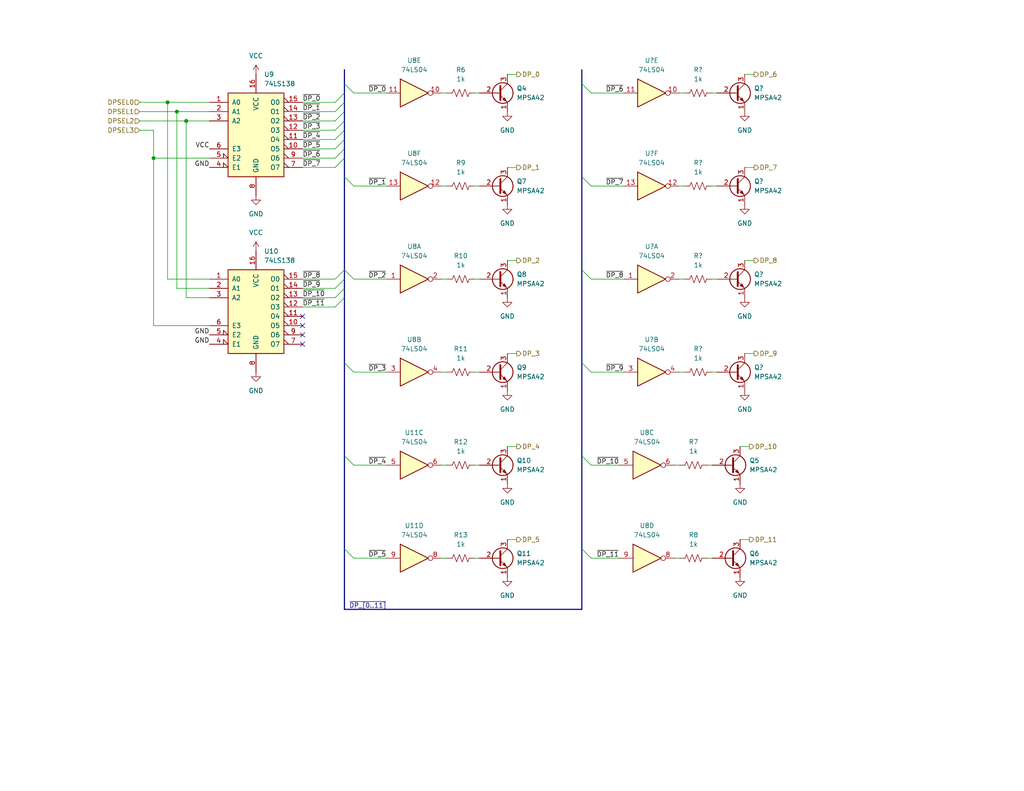
<source format=kicad_sch>
(kicad_sch (version 20231120) (generator "eeschema") (generator_version "8.0")
  (paper "USLetter")
  (title_block (title "TTL Calculator Display Driver") (date "2025-02-12") (rev "A"))
  (lib_symbols
    (symbol "74xx:74LS04"
      (property "Reference" "U" (at 0 1.27 0))
      (property "Value" "74LS04" (at 0 -1.27 0))
      (symbol "74LS04_1_0"
        (polyline (pts (xy -3.81 3.81) (xy -3.81 -3.81) (xy 3.81 0) (xy -3.81 3.81)) (stroke (width 0.254)) (fill (type background)))
        (pin input line (at -7.62 0 0) (length 3.81) (name "~") (number "1"))
        (pin output inverted (at 7.62 0 180) (length 3.81) (name "~") (number "2"))
      )
      (symbol "74LS04_2_0"
        (polyline (pts (xy -3.81 3.81) (xy -3.81 -3.81) (xy 3.81 0) (xy -3.81 3.81)) (stroke (width 0.254)) (fill (type background)))
        (pin input line (at -7.62 0 0) (length 3.81) (name "~") (number "3"))
        (pin output inverted (at 7.62 0 180) (length 3.81) (name "~") (number "4"))
      )
      (symbol "74LS04_3_0"
        (polyline (pts (xy -3.81 3.81) (xy -3.81 -3.81) (xy 3.81 0) (xy -3.81 3.81)) (stroke (width 0.254)) (fill (type background)))
        (pin input line (at -7.62 0 0) (length 3.81) (name "~") (number "5"))
        (pin output inverted (at 7.62 0 180) (length 3.81) (name "~") (number "6"))
      )
      (symbol "74LS04_4_0"
        (polyline (pts (xy -3.81 3.81) (xy -3.81 -3.81) (xy 3.81 0) (xy -3.81 3.81)) (stroke (width 0.254)) (fill (type background)))
        (pin output inverted (at 7.62 0 180) (length 3.81) (name "~") (number "8"))
        (pin input line (at -7.62 0 0) (length 3.81) (name "~") (number "9"))
      )
      (symbol "74LS04_5_0"
        (polyline (pts (xy -3.81 3.81) (xy -3.81 -3.81) (xy 3.81 0) (xy -3.81 3.81)) (stroke (width 0.254)) (fill (type background)))
        (pin output inverted (at 7.62 0 180) (length 3.81) (name "~") (number "10"))
        (pin input line (at -7.62 0 0) (length 3.81) (name "~") (number "11"))
      )
      (symbol "74LS04_6_0"
        (polyline (pts (xy -3.81 3.81) (xy -3.81 -3.81) (xy 3.81 0) (xy -3.81 3.81)) (stroke (width 0.254)) (fill (type background)))
        (pin output inverted (at 7.62 0 180) (length 3.81) (name "~") (number "12"))
        (pin input line (at -7.62 0 0) (length 3.81) (name "~") (number "13"))
      )
      (symbol "74LS04_7_0"
        (pin power_in line (at 0 12.7 270) (length 5.08) (name "VCC") (number "14"))
        (pin power_in line (at 0 -12.7 90) (length 5.08) (name "GND") (number "7"))
      )
      (symbol "74LS04_7_1"
        (rectangle (start -5.08 7.62) (end 5.08 -7.62) (stroke (width 0.254)) (fill (type background)))
      )
    )
    (symbol "74xx:74LS138" (pin_names (offset 1.016))
      (property "Reference" "U" (at -7.62 11.43 0))
      (property "Value" "74LS138" (at -7.62 -13.97 0))
      (symbol "74LS138_1_0"
        (pin input line (at -12.7 7.62 0) (length 5.08) (name "A0") (number "1"))
        (pin output output_low (at 12.7 -5.08 180) (length 5.08) (name "O5") (number "10"))
        (pin output output_low (at 12.7 -2.54 180) (length 5.08) (name "O4") (number "11"))
        (pin output output_low (at 12.7 0 180) (length 5.08) (name "O3") (number "12"))
        (pin output output_low (at 12.7 2.54 180) (length 5.08) (name "O2") (number "13"))
        (pin output output_low (at 12.7 5.08 180) (length 5.08) (name "O1") (number "14"))
        (pin output output_low (at 12.7 7.62 180) (length 5.08) (name "O0") (number "15"))
        (pin power_in line (at 0 15.24 270) (length 5.08) (name "VCC") (number "16"))
        (pin input line (at -12.7 5.08 0) (length 5.08) (name "A1") (number "2"))
        (pin input line (at -12.7 2.54 0) (length 5.08) (name "A2") (number "3"))
        (pin input input_low (at -12.7 -10.16 0) (length 5.08) (name "E1") (number "4"))
        (pin input input_low (at -12.7 -7.62 0) (length 5.08) (name "E2") (number "5"))
        (pin input line (at -12.7 -5.08 0) (length 5.08) (name "E3") (number "6"))
        (pin output output_low (at 12.7 -10.16 180) (length 5.08) (name "O7") (number "7"))
        (pin power_in line (at 0 -17.78 90) (length 5.08) (name "GND") (number "8"))
        (pin output output_low (at 12.7 -7.62 180) (length 5.08) (name "O6") (number "9"))
      )
      (symbol "74LS138_1_1"
        (rectangle (start -7.62 10.16) (end 7.62 -12.7) (stroke (width 0.254)) (fill (type background)))
      )
    )
    (symbol "Device:R_US" (pin_numbers hide) (pin_names (offset 0))
      (property "Reference" "R" (at 2.54 0 90))
      (property "Value" "R_US" (at -2.54 0 90))
      (symbol "R_US_0_1"
        (polyline (pts (xy 0 -2.286) (xy 0 -2.54)))
        (polyline (pts (xy 0 2.286) (xy 0 2.54)))
        (polyline (pts (xy 0 -0.762) (xy 1.016 -1.143) (xy 0 -1.524) (xy -1.016 -1.905) (xy 0 -2.286)))
        (polyline (pts (xy 0 0.762) (xy 1.016 0.381) (xy 0 0) (xy -1.016 -0.381) (xy 0 -0.762)))
        (polyline (pts (xy 0 2.286) (xy 1.016 1.905) (xy 0 1.524) (xy -1.016 1.143) (xy 0 0.762)))
      )
      (symbol "R_US_1_1"
        (pin passive line (at 0 3.81 270) (length 1.27) (name "~") (number "1"))
        (pin passive line (at 0 -3.81 90) (length 1.27) (name "~") (number "2"))
      )
    )
    (symbol "Transistor_BJT:MPSA42" (pin_names (offset 1.016) hide)
      (property "Reference" "Q" (at 5.08 1.905 0))
      (property "Value" "MPSA42" (at 5.08 0 0))
      (symbol "MPSA42_0_1"
        (polyline (pts (xy 0 0) (xy 0.635 0)))
        (polyline (pts (xy 0.635 0.635) (xy 2.54 2.54)))
        (polyline (pts (xy 0.635 -0.635) (xy 2.54 -2.54) (xy 2.54 -2.54)))
        (polyline (pts (xy 0.635 1.905) (xy 0.635 -1.905) (xy 0.635 -1.905)) (stroke (width 0.508)))
        (polyline (pts (xy 1.27 -1.778) (xy 1.778 -1.27) (xy 2.286 -2.286) (xy 1.27 -1.778) (xy 1.27 -1.778)) (fill (type outline)))
        (circle (center 1.27 0) (radius 2.8194) (stroke (width 0.254)))
      )
      (symbol "MPSA42_1_1"
        (pin passive line (at 2.54 -5.08 90) (length 2.54) (name "E") (number "1"))
        (pin input line (at -5.08 0 0) (length 5.08) (name "B") (number "2"))
        (pin passive line (at 2.54 5.08 270) (length 2.54) (name "C") (number "3"))
      )
    )
    (symbol "power:GND" (power) (pin_numbers hide) (pin_names (offset 0) hide)
      (property "Value" "GND" (at 0 -3.81 0))
      (symbol "GND_0_1"
        (polyline (pts (xy 0 0) (xy 0 -1.27) (xy 1.27 -1.27) (xy 0 -2.54) (xy -1.27 -1.27) (xy 0 -1.27)))
      )
      (symbol "GND_1_1"
        (pin power_in line (at 0 0 270) (length 0) (name "~") (number "1"))
      )
    )
    (symbol "power:VCC" (power) (pin_numbers hide) (pin_names (offset 0) hide)
      (property "Value" "VCC" (at 0 3.556 0))
      (symbol "VCC_0_1"
        (polyline (pts (xy -0.762 1.27) (xy 0 2.54)))
        (polyline (pts (xy 0 0) (xy 0 2.54)))
        (polyline (pts (xy 0 2.54) (xy 0.762 1.27)))
      )
      (symbol "VCC_1_1"
        (pin power_in line (at 0 0 90) (length 0) (name "~") (number "1"))
      )
    )
  )
  (junction (at 50.8 33.02))
  (junction (at 41.91 43.18))
  (junction (at 48.26 30.48))
  (junction (at 45.72 27.94))
  (no_connect (at 82.55 88.9))
  (no_connect (at 82.55 86.36))
  (no_connect (at 82.55 91.44))
  (no_connect (at 82.55 93.98))
  (bus_entry (at 93.98 73.66) (size 2.54 2.54))
  (bus_entry (at 158.75 73.66) (size 2.54 2.54))
  (bus_entry (at 93.98 35.56) (size -2.54 2.54))
  (bus_entry (at 93.98 25.4) (size -2.54 2.54))
  (bus_entry (at 158.75 149.86) (size 2.54 2.54))
  (bus_entry (at 158.75 22.86) (size 2.54 2.54))
  (bus_entry (at 93.98 27.94) (size -2.54 2.54))
  (bus_entry (at 93.98 99.06) (size 2.54 2.54))
  (bus_entry (at 93.98 38.1) (size -2.54 2.54))
  (bus_entry (at 93.98 48.26) (size 2.54 2.54))
  (bus_entry (at 93.98 81.28) (size -2.54 2.54))
  (bus_entry (at 158.75 99.06) (size 2.54 2.54))
  (bus_entry (at 93.98 124.46) (size 2.54 2.54))
  (bus_entry (at 93.98 22.86) (size 2.54 2.54))
  (bus_entry (at 158.75 48.26) (size 2.54 2.54))
  (bus_entry (at 93.98 40.64) (size -2.54 2.54))
  (bus_entry (at 93.98 43.18) (size -2.54 2.54))
  (bus_entry (at 158.75 124.46) (size 2.54 2.54))
  (bus_entry (at 93.98 76.2) (size -2.54 2.54))
  (bus_entry (at 93.98 78.74) (size -2.54 2.54))
  (bus_entry (at 93.98 73.66) (size -2.54 2.54))
  (bus_entry (at 93.98 33.02) (size -2.54 2.54))
  (bus_entry (at 93.98 30.48) (size -2.54 2.54))
  (bus_entry (at 93.98 149.86) (size 2.54 2.54))
  (bus (pts (xy 93.98 48.26) (xy 93.98 73.66)))
  (wire (pts (xy 205.74 96.52) (xy 203.2 96.52)))
  (wire (pts (xy 185.42 50.8) (xy 186.69 50.8)))
  (wire (pts (xy 82.55 27.94) (xy 91.44 27.94)))
  (wire (pts (xy 120.65 152.4) (xy 121.92 152.4)))
  (wire (pts (xy 185.42 76.2) (xy 186.69 76.2)))
  (wire (pts (xy 194.31 25.4) (xy 195.58 25.4)))
  (bus (pts (xy 93.98 30.48) (xy 93.98 33.02)))
  (wire (pts (xy 82.55 40.64) (xy 91.44 40.64)))
  (wire (pts (xy 41.91 43.18) (xy 57.15 43.18)))
  (wire (pts (xy 82.55 76.2) (xy 91.44 76.2)))
  (wire (pts (xy 129.54 50.8) (xy 130.81 50.8)))
  (wire (pts (xy 96.52 127) (xy 105.41 127)))
  (bus (pts (xy 93.98 27.94) (xy 93.98 30.48)))
  (wire (pts (xy 161.29 152.4) (xy 168.91 152.4)))
  (wire (pts (xy 120.65 76.2) (xy 121.92 76.2)))
  (wire (pts (xy 193.04 127) (xy 194.31 127)))
  (bus (pts (xy 158.75 22.86) (xy 158.75 48.26)))
  (wire (pts (xy 204.47 121.92) (xy 201.93 121.92)))
  (wire (pts (xy 41.91 35.56) (xy 41.91 43.18)))
  (bus (pts (xy 93.98 81.28) (xy 93.98 99.06)))
  (wire (pts (xy 82.55 83.82) (xy 91.44 83.82)))
  (wire (pts (xy 205.74 20.32) (xy 203.2 20.32)))
  (wire (pts (xy 120.65 101.6) (xy 121.92 101.6)))
  (wire (pts (xy 57.15 88.9) (xy 41.91 88.9)))
  (wire (pts (xy 161.29 101.6) (xy 170.18 101.6)))
  (wire (pts (xy 96.52 152.4) (xy 105.41 152.4)))
  (wire (pts (xy 82.55 30.48) (xy 91.44 30.48)))
  (wire (pts (xy 205.74 45.72) (xy 203.2 45.72)))
  (wire (pts (xy 57.15 78.74) (xy 48.26 78.74)))
  (bus (pts (xy 158.75 19.05) (xy 158.75 22.86)))
  (wire (pts (xy 38.1 35.56) (xy 41.91 35.56)))
  (wire (pts (xy 82.55 38.1) (xy 91.44 38.1)))
  (wire (pts (xy 140.97 96.52) (xy 138.43 96.52)))
  (wire (pts (xy 140.97 20.32) (xy 138.43 20.32)))
  (wire (pts (xy 140.97 71.12) (xy 138.43 71.12)))
  (wire (pts (xy 194.31 76.2) (xy 195.58 76.2)))
  (wire (pts (xy 161.29 127) (xy 168.91 127)))
  (wire (pts (xy 57.15 76.2) (xy 45.72 76.2)))
  (wire (pts (xy 161.29 50.8) (xy 170.18 50.8)))
  (wire (pts (xy 140.97 147.32) (xy 138.43 147.32)))
  (wire (pts (xy 129.54 127) (xy 130.81 127)))
  (bus (pts (xy 158.75 124.46) (xy 158.75 149.86)))
  (bus (pts (xy 93.98 78.74) (xy 93.98 81.28)))
  (wire (pts (xy 50.8 33.02) (xy 57.15 33.02)))
  (bus (pts (xy 158.75 99.06) (xy 158.75 124.46)))
  (wire (pts (xy 129.54 152.4) (xy 130.81 152.4)))
  (wire (pts (xy 140.97 121.92) (xy 138.43 121.92)))
  (wire (pts (xy 45.72 27.94) (xy 57.15 27.94)))
  (wire (pts (xy 193.04 152.4) (xy 194.31 152.4)))
  (wire (pts (xy 120.65 50.8) (xy 121.92 50.8)))
  (bus (pts (xy 93.98 22.86) (xy 93.98 25.4)))
  (wire (pts (xy 129.54 76.2) (xy 130.81 76.2)))
  (wire (pts (xy 96.52 76.2) (xy 105.41 76.2)))
  (bus (pts (xy 93.98 19.05) (xy 93.98 22.86)))
  (bus (pts (xy 93.98 33.02) (xy 93.98 35.56)))
  (wire (pts (xy 45.72 27.94) (xy 45.72 76.2)))
  (wire (pts (xy 184.15 127) (xy 185.42 127)))
  (bus (pts (xy 93.98 124.46) (xy 93.98 149.86)))
  (wire (pts (xy 161.29 76.2) (xy 170.18 76.2)))
  (wire (pts (xy 82.55 33.02) (xy 91.44 33.02)))
  (bus (pts (xy 93.98 40.64) (xy 93.98 43.18)))
  (bus (pts (xy 93.98 25.4) (xy 93.98 27.94)))
  (wire (pts (xy 205.74 71.12) (xy 203.2 71.12)))
  (bus (pts (xy 93.98 166.37) (xy 158.75 166.37)))
  (bus (pts (xy 93.98 43.18) (xy 93.98 48.26)))
  (wire (pts (xy 129.54 25.4) (xy 130.81 25.4)))
  (wire (pts (xy 204.47 147.32) (xy 201.93 147.32)))
  (wire (pts (xy 129.54 101.6) (xy 130.81 101.6)))
  (wire (pts (xy 57.15 81.28) (xy 50.8 81.28)))
  (bus (pts (xy 93.98 99.06) (xy 93.98 124.46)))
  (wire (pts (xy 96.52 101.6) (xy 105.41 101.6)))
  (wire (pts (xy 38.1 27.94) (xy 45.72 27.94)))
  (bus (pts (xy 93.98 35.56) (xy 93.98 38.1)))
  (wire (pts (xy 120.65 25.4) (xy 121.92 25.4)))
  (wire (pts (xy 48.26 30.48) (xy 57.15 30.48)))
  (bus (pts (xy 93.98 149.86) (xy 93.98 166.37)))
  (wire (pts (xy 96.52 25.4) (xy 105.41 25.4)))
  (bus (pts (xy 93.98 76.2) (xy 93.98 78.74)))
  (wire (pts (xy 50.8 81.28) (xy 50.8 33.02)))
  (wire (pts (xy 194.31 101.6) (xy 195.58 101.6)))
  (wire (pts (xy 96.52 50.8) (xy 105.41 50.8)))
  (wire (pts (xy 82.55 45.72) (xy 91.44 45.72)))
  (bus (pts (xy 93.98 73.66) (xy 93.98 76.2)))
  (wire (pts (xy 38.1 30.48) (xy 48.26 30.48)))
  (wire (pts (xy 185.42 25.4) (xy 186.69 25.4)))
  (bus (pts (xy 158.75 149.86) (xy 158.75 166.37)))
  (wire (pts (xy 38.1 33.02) (xy 50.8 33.02)))
  (wire (pts (xy 48.26 78.74) (xy 48.26 30.48)))
  (wire (pts (xy 120.65 127) (xy 121.92 127)))
  (bus (pts (xy 93.98 38.1) (xy 93.98 40.64)))
  (wire (pts (xy 82.55 78.74) (xy 91.44 78.74)))
  (wire (pts (xy 82.55 35.56) (xy 91.44 35.56)))
  (wire (pts (xy 184.15 152.4) (xy 185.42 152.4)))
  (wire (pts (xy 185.42 101.6) (xy 186.69 101.6)))
  (bus (pts (xy 158.75 48.26) (xy 158.75 73.66)))
  (wire (pts (xy 82.55 81.28) (xy 91.44 81.28)))
  (wire (pts (xy 82.55 43.18) (xy 91.44 43.18)))
  (wire (pts (xy 41.91 88.9) (xy 41.91 43.18)))
  (wire (pts (xy 161.29 25.4) (xy 170.18 25.4)))
  (wire (pts (xy 140.97 45.72) (xy 138.43 45.72)))
  (wire (pts (xy 194.31 50.8) (xy 195.58 50.8)))
  (bus (pts (xy 158.75 73.66) (xy 158.75 99.06)))
  (label "~{DP_4}" (at 82.55 38.1 0))
  (label "~{DP_11}" (at 168.91 152.4 180))
  (label "~{DP_4}" (at 105.41 127 180))
  (label "~{DP_6}" (at 170.18 25.4 180))
  (label "~{DP_8}" (at 170.18 76.2 180))
  (label "~{DP_10}" (at 168.91 127 180))
  (label "GND" (at 57.15 45.72 180))
  (label "~{DP_6}" (at 82.55 43.18 0))
  (label "~{DP_3}" (at 82.55 35.56 0))
  (label "~{DP_0}" (at 82.55 27.94 0))
  (label "~{DP_5}" (at 105.41 152.4 180))
  (label "~{DP_2}" (at 82.55 33.02 0))
  (label "~{DP_9}" (at 170.18 101.6 180))
  (label "~{DP_1}" (at 105.41 50.8 180))
  (label "~{DP_7}" (at 170.18 50.8 180))
  (label "~{DP_[0..11]}" (at 95.25 166.37 0))
  (label "~{DP_2}" (at 105.41 76.2 180))
  (label "~{DP_0}" (at 105.41 25.4 180))
  (label "~{DP_1}" (at 82.55 30.48 0))
  (label "~{DP_3}" (at 105.41 101.6 180))
  (label "~{DP_11}" (at 82.55 83.82 0))
  (label "~{DP_7}" (at 82.55 45.72 0))
  (label "VCC" (at 57.15 40.64 180))
  (label "~{DP_9}" (at 82.55 78.74 0))
  (label "GND" (at 57.15 91.44 180))
  (label "~{DP_10}" (at 82.55 81.28 0))
  (label "GND" (at 57.15 93.98 180))
  (label "~{DP_5}" (at 82.55 40.64 0))
  (label "~{DP_8}" (at 82.55 76.2 0))
  (hierarchical_label "DP_4" (shape output) (at 140.97 121.92 0))
  (hierarchical_label "DP_1" (shape output) (at 140.97 45.72 0))
  (hierarchical_label "DPSEL1" (shape input) (at 38.1 30.48 180))
  (hierarchical_label "DP_8" (shape output) (at 205.74 71.12 0))
  (hierarchical_label "DP_10" (shape output) (at 204.47 121.92 0))
  (hierarchical_label "DP_7" (shape output) (at 205.74 45.72 0))
  (hierarchical_label "DP_5" (shape output) (at 140.97 147.32 0))
  (hierarchical_label "DPSEL2" (shape input) (at 38.1 33.02 180))
  (hierarchical_label "DP_11" (shape output) (at 204.47 147.32 0))
  (hierarchical_label "DPSEL3" (shape input) (at 38.1 35.56 180))
  (hierarchical_label "DP_6" (shape output) (at 205.74 20.32 0))
  (hierarchical_label "DP_0" (shape output) (at 140.97 20.32 0))
  (hierarchical_label "DP_9" (shape output) (at 205.74 96.52 0))
  (hierarchical_label "DP_3" (shape output) (at 140.97 96.52 0))
  (hierarchical_label "DP_2" (shape output) (at 140.97 71.12 0))
  (hierarchical_label "DPSEL0" (shape input) (at 38.1 27.94 180))
  (symbol (lib_id "74xx:74LS04") (at 176.53 152.4 0) (unit 4)
    (property "Reference" "U8" (at 176.53 143.51 0))
    (property "Value" "74LS04" (at 176.53 146.05 0))
    (property "Footprint" "Package_DIP:DIP-14_W7.62mm" (effects (hide yes)))
    (property "Datasheet" "http://www.ti.com/lit/gpn/sn74LS04" (effects (hide yes)))
    (property "Description" "Hex Inverter" (effects (hide yes)))
  )
  (symbol (lib_id "power:GND") (at 203.2 106.68 0) (unit 1)
    (property "Reference" "#PWR035" (effects (hide yes)))
    (property "Value" "GND" (at 203.2 111.76 0))
    (property "Description" "Power symbol creates a global label with name \"GND\" , ground" (effects (hide yes)))
  )
  (symbol (lib_id "power:GND") (at 138.43 132.08 0) (unit 1)
    (property "Reference" "#PWR030" (effects (hide yes)))
    (property "Value" "GND" (at 138.43 137.16 0))
    (property "Description" "Power symbol creates a global label with name \"GND\" , ground" (effects (hide yes)))
  )
  (symbol (lib_id "Transistor_BJT:MPSA42") (at 199.39 152.4 0) (unit 1)
    (property "Reference" "Q6" (at 204.47 151.1299 0) (effects (justify left)))
    (property "Value" "MPSA42" (at 204.47 153.6699 0) (effects (justify left)))
    (property "Footprint" "Package_TO_SOT_THT:TO-92_Inline" (effects (hide yes)))
    (property "Datasheet" "http://www.onsemi.com/pub_link/Collateral/MPSA42-D.PDF" (effects (hide yes)))
    (property "Description" "0.5A Ic, 300V Vce, NPN High Voltage Transistor, TO-92" (effects (hide yes)))
  )
  (symbol (lib_id "74xx:74LS138") (at 69.85 35.56 0) (unit 1)
    (property "Reference" "U9" (at 72.0441 20.32 0) (effects (justify left)))
    (property "Value" "74LS138" (at 72.0441 22.86 0) (effects (justify left)))
    (property "Footprint" "Package_DIP:DIP-16_W7.62mm" (effects (hide yes)))
    (property "Datasheet" "http://www.ti.com/lit/gpn/sn74LS138" (effects (hide yes)))
    (property "Description" "Decoder 3 to 8 active low outputs" (effects (hide yes)))
  )
  (symbol (lib_id "74xx:74LS04") (at 177.8 50.8 0) (unit 6)
    (property "Reference" "U?" (at 177.8 41.91 0))
    (property "Value" "74LS04" (at 177.8 44.45 0))
    (property "Footprint" "Package_DIP:DIP-14_W7.62mm" (effects (hide yes)))
    (property "Datasheet" "http://www.ti.com/lit/gpn/sn74LS04" (effects (hide yes)))
    (property "Description" "Hex Inverter" (effects (hide yes)))
  )
  (symbol (lib_id "Device:R_US") (at 190.5 25.4 90) (unit 1)
    (property "Reference" "R?" (at 190.5 19.05 90))
    (property "Value" "1k" (at 190.5 21.59 90))
    (property "Footprint" "Resistor_THT:R_Axial_DIN0309_L9.0mm_D3.2mm_P2.54mm_Vertical" (effects (hide yes)))
    (property "Description" "Resistor, US symbol" (effects (hide yes)))
  )
  (symbol (lib_id "74xx:74LS04") (at 176.53 127 0) (unit 3)
    (property "Reference" "U8" (at 176.53 118.11 0))
    (property "Value" "74LS04" (at 176.53 120.65 0))
    (property "Footprint" "Package_DIP:DIP-14_W7.62mm" (effects (hide yes)))
    (property "Datasheet" "http://www.ti.com/lit/gpn/sn74LS04" (effects (hide yes)))
    (property "Description" "Hex Inverter" (effects (hide yes)))
  )
  (symbol (lib_id "74xx:74LS04") (at 113.03 76.2 0) (unit 1)
    (property "Reference" "U8" (at 113.03 67.31 0))
    (property "Value" "74LS04" (at 113.03 69.85 0))
    (property "Footprint" "Package_DIP:DIP-14_W7.62mm" (effects (hide yes)))
    (property "Datasheet" "http://www.ti.com/lit/gpn/sn74LS04" (effects (hide yes)))
    (property "Description" "Hex Inverter" (effects (hide yes)))
  )
  (symbol (lib_id "Device:R_US") (at 190.5 101.6 90) (unit 1)
    (property "Reference" "R?" (at 190.5 95.25 90))
    (property "Value" "1k" (at 190.5 97.79 90))
    (property "Footprint" "Resistor_THT:R_Axial_DIN0309_L9.0mm_D3.2mm_P2.54mm_Vertical" (effects (hide yes)))
    (property "Description" "Resistor, US symbol" (effects (hide yes)))
  )
  (symbol (lib_id "power:GND") (at 138.43 30.48 0) (unit 1)
    (property "Reference" "#PWR021" (effects (hide yes)))
    (property "Value" "GND" (at 138.43 35.56 0))
    (property "Description" "Power symbol creates a global label with name \"GND\" , ground" (effects (hide yes)))
  )
  (symbol (lib_id "74xx:74LS04") (at 177.8 101.6 0) (unit 2)
    (property "Reference" "U?" (at 177.8 92.71 0))
    (property "Value" "74LS04" (at 177.8 95.25 0))
    (property "Footprint" "Package_DIP:DIP-14_W7.62mm" (effects (hide yes)))
    (property "Datasheet" "http://www.ti.com/lit/gpn/sn74LS04" (effects (hide yes)))
    (property "Description" "Hex Inverter" (effects (hide yes)))
  )
  (symbol (lib_id "Transistor_BJT:MPSA42") (at 199.39 127 0) (unit 1)
    (property "Reference" "Q5" (at 204.47 125.7299 0) (effects (justify left)))
    (property "Value" "MPSA42" (at 204.47 128.2699 0) (effects (justify left)))
    (property "Footprint" "Package_TO_SOT_THT:TO-92_Inline" (effects (hide yes)))
    (property "Datasheet" "http://www.onsemi.com/pub_link/Collateral/MPSA42-D.PDF" (effects (hide yes)))
    (property "Description" "0.5A Ic, 300V Vce, NPN High Voltage Transistor, TO-92" (effects (hide yes)))
  )
  (symbol (lib_id "74xx:74LS138") (at 69.85 83.82 0) (unit 1)
    (property "Reference" "U10" (at 72.0441 68.58 0) (effects (justify left)))
    (property "Value" "74LS138" (at 72.0441 71.12 0) (effects (justify left)))
    (property "Footprint" "Package_DIP:DIP-16_W7.62mm" (effects (hide yes)))
    (property "Datasheet" "http://www.ti.com/lit/gpn/sn74LS138" (effects (hide yes)))
    (property "Description" "Decoder 3 to 8 active low outputs" (effects (hide yes)))
  )
  (symbol (lib_id "power:GND") (at 201.93 132.08 0) (unit 1)
    (property "Reference" "#PWR022" (effects (hide yes)))
    (property "Value" "GND" (at 201.93 137.16 0))
    (property "Description" "Power symbol creates a global label with name \"GND\" , ground" (effects (hide yes)))
  )
  (symbol (lib_id "74xx:74LS04") (at 113.03 25.4 0) (unit 5)
    (property "Reference" "U8" (at 113.03 16.51 0))
    (property "Value" "74LS04" (at 113.03 19.05 0))
    (property "Footprint" "Package_DIP:DIP-14_W7.62mm" (effects (hide yes)))
    (property "Datasheet" "http://www.ti.com/lit/gpn/sn74LS04" (effects (hide yes)))
    (property "Description" "Hex Inverter" (effects (hide yes)))
  )
  (symbol (lib_id "Transistor_BJT:MPSA42") (at 200.66 101.6 0) (unit 1)
    (property "Reference" "Q?" (at 205.74 100.3299 0) (effects (justify left)))
    (property "Value" "MPSA42" (at 205.74 102.8699 0) (effects (justify left)))
    (property "Footprint" "Package_TO_SOT_THT:TO-92_Inline" (effects (hide yes)))
    (property "Datasheet" "http://www.onsemi.com/pub_link/Collateral/MPSA42-D.PDF" (effects (hide yes)))
    (property "Description" "0.5A Ic, 300V Vce, NPN High Voltage Transistor, TO-92" (effects (hide yes)))
  )
  (symbol (lib_id "Transistor_BJT:MPSA42") (at 135.89 76.2 0) (unit 1)
    (property "Reference" "Q8" (at 140.97 74.9299 0) (effects (justify left)))
    (property "Value" "MPSA42" (at 140.97 77.4699 0) (effects (justify left)))
    (property "Footprint" "Package_TO_SOT_THT:TO-92_Inline" (effects (hide yes)))
    (property "Datasheet" "http://www.onsemi.com/pub_link/Collateral/MPSA42-D.PDF" (effects (hide yes)))
    (property "Description" "0.5A Ic, 300V Vce, NPN High Voltage Transistor, TO-92" (effects (hide yes)))
  )
  (symbol (lib_id "power:GND") (at 138.43 157.48 0) (unit 1)
    (property "Reference" "#PWR031" (effects (hide yes)))
    (property "Value" "GND" (at 138.43 162.56 0))
    (property "Description" "Power symbol creates a global label with name \"GND\" , ground" (effects (hide yes)))
  )
  (symbol (lib_id "Transistor_BJT:MPSA42") (at 135.89 25.4 0) (unit 1)
    (property "Reference" "Q4" (at 140.97 24.1299 0) (effects (justify left)))
    (property "Value" "MPSA42" (at 140.97 26.6699 0) (effects (justify left)))
    (property "Footprint" "Package_TO_SOT_THT:TO-92_Inline" (effects (hide yes)))
    (property "Datasheet" "http://www.onsemi.com/pub_link/Collateral/MPSA42-D.PDF" (effects (hide yes)))
    (property "Description" "0.5A Ic, 300V Vce, NPN High Voltage Transistor, TO-92" (effects (hide yes)))
  )
  (symbol (lib_id "Device:R_US") (at 125.73 25.4 90) (unit 1)
    (property "Reference" "R6" (at 125.73 19.05 90))
    (property "Value" "1k" (at 125.73 21.59 90))
    (property "Footprint" "Resistor_THT:R_Axial_DIN0309_L9.0mm_D3.2mm_P2.54mm_Vertical" (effects (hide yes)))
    (property "Description" "Resistor, US symbol" (effects (hide yes)))
  )
  (symbol (lib_id "Transistor_BJT:MPSA42") (at 200.66 25.4 0) (unit 1)
    (property "Reference" "Q?" (at 205.74 24.1299 0) (effects (justify left)))
    (property "Value" "MPSA42" (at 205.74 26.6699 0) (effects (justify left)))
    (property "Footprint" "Package_TO_SOT_THT:TO-92_Inline" (effects (hide yes)))
    (property "Datasheet" "http://www.onsemi.com/pub_link/Collateral/MPSA42-D.PDF" (effects (hide yes)))
    (property "Description" "0.5A Ic, 300V Vce, NPN High Voltage Transistor, TO-92" (effects (hide yes)))
  )
  (symbol (lib_id "74xx:74LS04") (at 177.8 25.4 0) (unit 5)
    (property "Reference" "U?" (at 177.8 16.51 0))
    (property "Value" "74LS04" (at 177.8 19.05 0))
    (property "Footprint" "Package_DIP:DIP-14_W7.62mm" (effects (hide yes)))
    (property "Datasheet" "http://www.ti.com/lit/gpn/sn74LS04" (effects (hide yes)))
    (property "Description" "Hex Inverter" (effects (hide yes)))
  )
  (symbol (lib_id "74xx:74LS04") (at 113.03 101.6 0) (unit 2)
    (property "Reference" "U8" (at 113.03 92.71 0))
    (property "Value" "74LS04" (at 113.03 95.25 0))
    (property "Footprint" "Package_DIP:DIP-14_W7.62mm" (effects (hide yes)))
    (property "Datasheet" "http://www.ti.com/lit/gpn/sn74LS04" (effects (hide yes)))
    (property "Description" "Hex Inverter" (effects (hide yes)))
  )
  (symbol (lib_id "power:GND") (at 203.2 81.28 0) (unit 1)
    (property "Reference" "#PWR034" (effects (hide yes)))
    (property "Value" "GND" (at 203.2 86.36 0))
    (property "Description" "Power symbol creates a global label with name \"GND\" , ground" (effects (hide yes)))
  )
  (symbol (lib_id "Device:R_US") (at 125.73 76.2 90) (unit 1)
    (property "Reference" "R10" (at 125.73 69.85 90))
    (property "Value" "1k" (at 125.73 72.39 90))
    (property "Footprint" "Resistor_THT:R_Axial_DIN0309_L9.0mm_D3.2mm_P2.54mm_Vertical" (effects (hide yes)))
    (property "Description" "Resistor, US symbol" (effects (hide yes)))
  )
  (symbol (lib_id "Transistor_BJT:MPSA42") (at 200.66 76.2 0) (unit 1)
    (property "Reference" "Q?" (at 205.74 74.9299 0) (effects (justify left)))
    (property "Value" "MPSA42" (at 205.74 77.4699 0) (effects (justify left)))
    (property "Footprint" "Package_TO_SOT_THT:TO-92_Inline" (effects (hide yes)))
    (property "Datasheet" "http://www.onsemi.com/pub_link/Collateral/MPSA42-D.PDF" (effects (hide yes)))
    (property "Description" "0.5A Ic, 300V Vce, NPN High Voltage Transistor, TO-92" (effects (hide yes)))
  )
  (symbol (lib_id "power:GND") (at 138.43 106.68 0) (unit 1)
    (property "Reference" "#PWR029" (effects (hide yes)))
    (property "Value" "GND" (at 138.43 111.76 0))
    (property "Description" "Power symbol creates a global label with name \"GND\" , ground" (effects (hide yes)))
  )
  (symbol (lib_id "Transistor_BJT:MPSA42") (at 135.89 101.6 0) (unit 1)
    (property "Reference" "Q9" (at 140.97 100.3299 0) (effects (justify left)))
    (property "Value" "MPSA42" (at 140.97 102.8699 0) (effects (justify left)))
    (property "Footprint" "Package_TO_SOT_THT:TO-92_Inline" (effects (hide yes)))
    (property "Datasheet" "http://www.onsemi.com/pub_link/Collateral/MPSA42-D.PDF" (effects (hide yes)))
    (property "Description" "0.5A Ic, 300V Vce, NPN High Voltage Transistor, TO-92" (effects (hide yes)))
  )
  (symbol (lib_id "74xx:74LS04") (at 113.03 152.4 0) (unit 4)
    (property "Reference" "U11" (at 113.03 143.51 0))
    (property "Value" "74LS04" (at 113.03 146.05 0))
    (property "Footprint" "Package_DIP:DIP-14_W7.62mm" (effects (hide yes)))
    (property "Datasheet" "http://www.ti.com/lit/gpn/sn74LS04" (effects (hide yes)))
    (property "Description" "Hex Inverter" (effects (hide yes)))
  )
  (symbol (lib_id "Transistor_BJT:MPSA42") (at 200.66 50.8 0) (unit 1)
    (property "Reference" "Q?" (at 205.74 49.5299 0) (effects (justify left)))
    (property "Value" "MPSA42" (at 205.74 52.0699 0) (effects (justify left)))
    (property "Footprint" "Package_TO_SOT_THT:TO-92_Inline" (effects (hide yes)))
    (property "Datasheet" "http://www.onsemi.com/pub_link/Collateral/MPSA42-D.PDF" (effects (hide yes)))
    (property "Description" "0.5A Ic, 300V Vce, NPN High Voltage Transistor, TO-92" (effects (hide yes)))
  )
  (symbol (lib_id "74xx:74LS04") (at 113.03 50.8 0) (unit 6)
    (property "Reference" "U8" (at 113.03 41.91 0))
    (property "Value" "74LS04" (at 113.03 44.45 0))
    (property "Footprint" "Package_DIP:DIP-14_W7.62mm" (effects (hide yes)))
    (property "Datasheet" "http://www.ti.com/lit/gpn/sn74LS04" (effects (hide yes)))
    (property "Description" "Hex Inverter" (effects (hide yes)))
  )
  (symbol (lib_id "Device:R_US") (at 189.23 152.4 90) (unit 1)
    (property "Reference" "R8" (at 189.23 146.05 90))
    (property "Value" "1k" (at 189.23 148.59 90))
    (property "Footprint" "Resistor_THT:R_Axial_DIN0309_L9.0mm_D3.2mm_P2.54mm_Vertical" (effects (hide yes)))
    (property "Description" "Resistor, US symbol" (effects (hide yes)))
  )
  (symbol (lib_id "power:GND") (at 203.2 55.88 0) (unit 1)
    (property "Reference" "#PWR033" (effects (hide yes)))
    (property "Value" "GND" (at 203.2 60.96 0))
    (property "Description" "Power symbol creates a global label with name \"GND\" , ground" (effects (hide yes)))
  )
  (symbol (lib_id "power:VCC") (at 69.85 20.32 0) (unit 1)
    (property "Reference" "#PWR020" (effects (hide yes)))
    (property "Value" "VCC" (at 69.85 15.24 0))
    (property "Description" "Power symbol creates a global label with name \"VCC\"" (effects (hide yes)))
  )
  (symbol (lib_id "Transistor_BJT:MPSA42") (at 135.89 127 0) (unit 1)
    (property "Reference" "Q10" (at 140.97 125.7299 0) (effects (justify left)))
    (property "Value" "MPSA42" (at 140.97 128.2699 0) (effects (justify left)))
    (property "Footprint" "Package_TO_SOT_THT:TO-92_Inline" (effects (hide yes)))
    (property "Datasheet" "http://www.onsemi.com/pub_link/Collateral/MPSA42-D.PDF" (effects (hide yes)))
    (property "Description" "0.5A Ic, 300V Vce, NPN High Voltage Transistor, TO-92" (effects (hide yes)))
  )
  (symbol (lib_id "Device:R_US") (at 125.73 127 90) (unit 1)
    (property "Reference" "R12" (at 125.73 120.65 90))
    (property "Value" "1k" (at 125.73 123.19 90))
    (property "Footprint" "Resistor_THT:R_Axial_DIN0309_L9.0mm_D3.2mm_P2.54mm_Vertical" (effects (hide yes)))
    (property "Description" "Resistor, US symbol" (effects (hide yes)))
  )
  (symbol (lib_id "Device:R_US") (at 190.5 76.2 90) (unit 1)
    (property "Reference" "R?" (at 190.5 69.85 90))
    (property "Value" "1k" (at 190.5 72.39 90))
    (property "Footprint" "Resistor_THT:R_Axial_DIN0309_L9.0mm_D3.2mm_P2.54mm_Vertical" (effects (hide yes)))
    (property "Description" "Resistor, US symbol" (effects (hide yes)))
  )
  (symbol (lib_id "power:GND") (at 138.43 55.88 0) (unit 1)
    (property "Reference" "#PWR025" (effects (hide yes)))
    (property "Value" "GND" (at 138.43 60.96 0))
    (property "Description" "Power symbol creates a global label with name \"GND\" , ground" (effects (hide yes)))
  )
  (symbol (lib_id "Device:R_US") (at 189.23 127 90) (unit 1)
    (property "Reference" "R7" (at 189.23 120.65 90))
    (property "Value" "1k" (at 189.23 123.19 90))
    (property "Footprint" "Resistor_THT:R_Axial_DIN0309_L9.0mm_D3.2mm_P2.54mm_Vertical" (effects (hide yes)))
    (property "Description" "Resistor, US symbol" (effects (hide yes)))
  )
  (symbol (lib_id "74xx:74LS04") (at 113.03 127 0) (unit 3)
    (property "Reference" "U11" (at 113.03 118.11 0))
    (property "Value" "74LS04" (at 113.03 120.65 0))
    (property "Footprint" "Package_DIP:DIP-14_W7.62mm" (effects (hide yes)))
    (property "Datasheet" "http://www.ti.com/lit/gpn/sn74LS04" (effects (hide yes)))
    (property "Description" "Hex Inverter" (effects (hide yes)))
  )
  (symbol (lib_id "Device:R_US") (at 190.5 50.8 90) (unit 1)
    (property "Reference" "R?" (at 190.5 44.45 90))
    (property "Value" "1k" (at 190.5 46.99 90))
    (property "Footprint" "Resistor_THT:R_Axial_DIN0309_L9.0mm_D3.2mm_P2.54mm_Vertical" (effects (hide yes)))
    (property "Description" "Resistor, US symbol" (effects (hide yes)))
  )
  (symbol (lib_id "Device:R_US") (at 125.73 152.4 90) (unit 1)
    (property "Reference" "R13" (at 125.73 146.05 90))
    (property "Value" "1k" (at 125.73 148.59 90))
    (property "Footprint" "Resistor_THT:R_Axial_DIN0309_L9.0mm_D3.2mm_P2.54mm_Vertical" (effects (hide yes)))
    (property "Description" "Resistor, US symbol" (effects (hide yes)))
  )
  (symbol (lib_id "Transistor_BJT:MPSA42") (at 135.89 50.8 0) (unit 1)
    (property "Reference" "Q7" (at 140.97 49.5299 0) (effects (justify left)))
    (property "Value" "MPSA42" (at 140.97 52.0699 0) (effects (justify left)))
    (property "Footprint" "Package_TO_SOT_THT:TO-92_Inline" (effects (hide yes)))
    (property "Datasheet" "http://www.onsemi.com/pub_link/Collateral/MPSA42-D.PDF" (effects (hide yes)))
    (property "Description" "0.5A Ic, 300V Vce, NPN High Voltage Transistor, TO-92" (effects (hide yes)))
  )
  (symbol (lib_id "power:VCC") (at 69.85 68.58 0) (unit 1)
    (property "Reference" "#PWR026" (effects (hide yes)))
    (property "Value" "VCC" (at 69.85 63.5 0))
    (property "Description" "Power symbol creates a global label with name \"VCC\"" (effects (hide yes)))
  )
  (symbol (lib_id "74xx:74LS04") (at 177.8 76.2 0) (unit 1)
    (property "Reference" "U?" (at 177.8 67.31 0))
    (property "Value" "74LS04" (at 177.8 69.85 0))
    (property "Footprint" "Package_DIP:DIP-14_W7.62mm" (effects (hide yes)))
    (property "Datasheet" "http://www.ti.com/lit/gpn/sn74LS04" (effects (hide yes)))
    (property "Description" "Hex Inverter" (effects (hide yes)))
  )
  (symbol (lib_id "power:GND") (at 201.93 157.48 0) (unit 1)
    (property "Reference" "#PWR024" (effects (hide yes)))
    (property "Value" "GND" (at 201.93 162.56 0))
    (property "Description" "Power symbol creates a global label with name \"GND\" , ground" (effects (hide yes)))
  )
  (symbol (lib_id "Device:R_US") (at 125.73 50.8 90) (unit 1)
    (property "Reference" "R9" (at 125.73 44.45 90))
    (property "Value" "1k" (at 125.73 46.99 90))
    (property "Footprint" "Resistor_THT:R_Axial_DIN0309_L9.0mm_D3.2mm_P2.54mm_Vertical" (effects (hide yes)))
    (property "Description" "Resistor, US symbol" (effects (hide yes)))
  )
  (symbol (lib_id "power:GND") (at 69.85 53.34 0) (unit 1)
    (property "Reference" "#PWR023" (effects (hide yes)))
    (property "Value" "GND" (at 69.85 58.42 0))
    (property "Description" "Power symbol creates a global label with name \"GND\" , ground" (effects (hide yes)))
  )
  (symbol (lib_id "power:GND") (at 203.2 30.48 0) (unit 1)
    (property "Reference" "#PWR032" (effects (hide yes)))
    (property "Value" "GND" (at 203.2 35.56 0))
    (property "Description" "Power symbol creates a global label with name \"GND\" , ground" (effects (hide yes)))
  )
  (symbol (lib_id "power:GND") (at 138.43 81.28 0) (unit 1)
    (property "Reference" "#PWR027" (effects (hide yes)))
    (property "Value" "GND" (at 138.43 86.36 0))
    (property "Description" "Power symbol creates a global label with name \"GND\" , ground" (effects (hide yes)))
  )
  (symbol (lib_id "Transistor_BJT:MPSA42") (at 135.89 152.4 0) (unit 1)
    (property "Reference" "Q11" (at 140.97 151.1299 0) (effects (justify left)))
    (property "Value" "MPSA42" (at 140.97 153.6699 0) (effects (justify left)))
    (property "Footprint" "Package_TO_SOT_THT:TO-92_Inline" (effects (hide yes)))
    (property "Datasheet" "http://www.onsemi.com/pub_link/Collateral/MPSA42-D.PDF" (effects (hide yes)))
    (property "Description" "0.5A Ic, 300V Vce, NPN High Voltage Transistor, TO-92" (effects (hide yes)))
  )
  (symbol (lib_id "Device:R_US") (at 125.73 101.6 90) (unit 1)
    (property "Reference" "R11" (at 125.73 95.25 90))
    (property "Value" "1k" (at 125.73 97.79 90))
    (property "Footprint" "Resistor_THT:R_Axial_DIN0309_L9.0mm_D3.2mm_P2.54mm_Vertical" (effects (hide yes)))
    (property "Description" "Resistor, US symbol" (effects (hide yes)))
  )
  (symbol (lib_id "power:GND") (at 69.85 101.6 0) (unit 1)
    (property "Reference" "#PWR028" (effects (hide yes)))
    (property "Value" "GND" (at 69.85 106.68 0))
    (property "Description" "Power symbol creates a global label with name \"GND\" , ground" (effects (hide yes)))
  )
)
</source>
